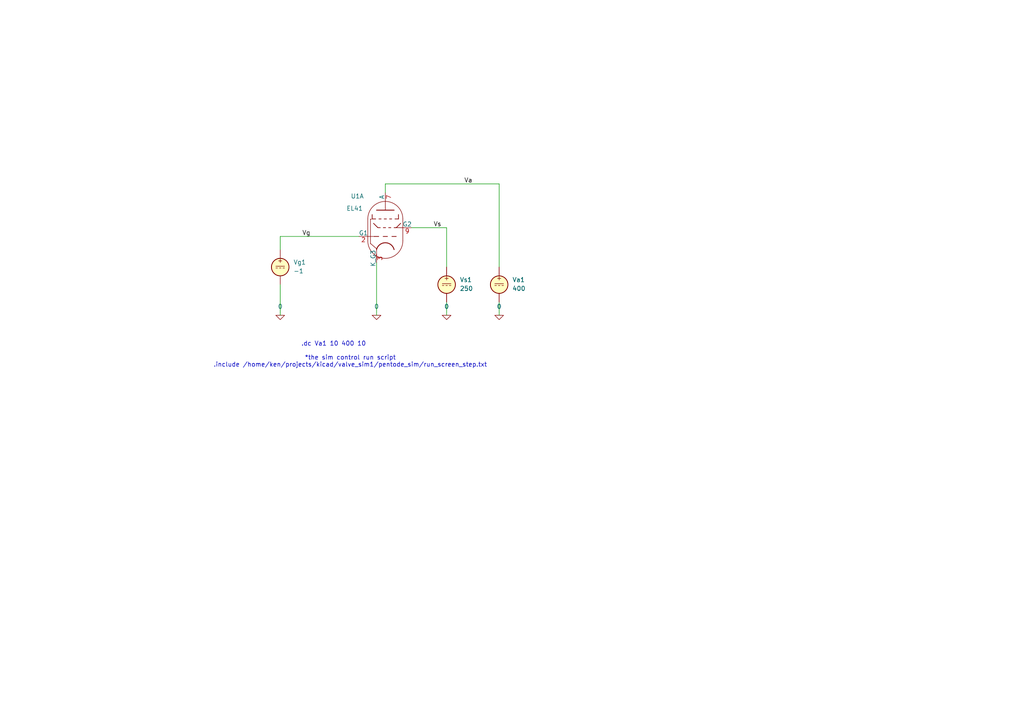
<source format=kicad_sch>
(kicad_sch (version 20231120) (generator "eeschema") (generator_version "8.0")
  (paper "A4")
  (lib_symbols
    (symbol "Simulation_SPICE:0" (power) (pin_numbers hide) (pin_names (offset 0) hide)
      (property "Value" "0" (at 0 -2.54 0))
      (symbol "0_0_1"
        (polyline (pts (xy -1.27 0) (xy 0 -1.27) (xy 1.27 0) (xy -1.27 0)))
      )
      (symbol "0_1_1"
        (pin power_in line (at 0 0 0) (length 0) (name "~") (number "1"))
      )
    )
    (symbol "Simulation_SPICE:VDC" (pin_numbers hide) (pin_names (offset 0.0254))
      (property "Reference" "V" (at 2.54 2.54 0))
      (property "Value" "1" (at 2.54 0 0))
      (symbol "VDC_0_0"
        (polyline (pts (xy -1.27 0.254) (xy 1.27 0.254)))
        (polyline (pts (xy -0.762 -0.254) (xy -1.27 -0.254)))
        (polyline (pts (xy 0.254 -0.254) (xy -0.254 -0.254)))
        (polyline (pts (xy 1.27 -0.254) (xy 0.762 -0.254)))
        (text "+" (at 0 1.905 0) (effects (font (size 1.27 1.27))))
      )
      (symbol "VDC_0_1"
        (circle (center 0 0) (radius 2.54) (stroke (width 0.254)) (fill (type background)))
      )
      (symbol "VDC_1_1"
        (pin passive line (at 0 5.08 270) (length 2.54) (name "~") (number "1"))
        (pin passive line (at 0 -5.08 90) (length 2.54) (name "~") (number "2"))
      )
    )
    (symbol "Valve:EL84" (pin_names (offset 0))
      (property "Reference" "U" (at 2.54 10.16 0))
      (property "Value" "EL84" (at 7.62 -7.62 0))
      (symbol "EL84_0_1"
        (arc (start -5.08 -2.54) (mid 0 -7.5979) (end 5.08 -2.54))
        (polyline (pts (xy -5.08 3.81) (xy -5.08 -2.54) (xy -5.08 -2.54)))
        (polyline (pts (xy 5.08 -2.54) (xy 5.08 3.81) (xy 5.08 3.81)))
        (arc (start 5.08 3.81) (mid 0 8.8679) (end -5.08 3.81))
      )
      (symbol "EL84_1_0"
        (polyline (pts (xy -2.54 -5.08) (xy -2.54 -7.62)))
      )
      (symbol "EL84_1_1"
        (polyline (pts (xy -5.08 -1.27) (xy -3.175 -1.27)))
        (polyline (pts (xy -4.318 -3.302) (xy -4.318 3.7338)))
        (polyline (pts (xy -4.318 -3.302) (xy -2.54 -4.826)))
        (polyline (pts (xy -4.064 3.7338) (xy -4.318 3.7338)))
        (polyline (pts (xy -3.81 3.81) (xy -2.794 3.81)) (stroke (width 0.2032)))
        (polyline (pts (xy -3.81 5.08) (xy -3.81 3.81)) (stroke (width 0.2032)))
        (polyline (pts (xy -3.429 2.54) (xy -2.159 1.27)) (stroke (width 0.2032)))
        (polyline (pts (xy -2.159 1.27) (xy -1.4732 1.27)) (stroke (width 0.2032)))
        (polyline (pts (xy -1.905 -1.27) (xy -3.175 -1.27)) (stroke (width 0.2032)))
        (polyline (pts (xy -1.8542 3.81) (xy -1.2192 3.81)) (stroke (width 0.2032)))
        (polyline (pts (xy -0.635 -1.27) (xy 0.635 -1.27)) (stroke (width 0.2032)))
        (polyline (pts (xy -0.5842 1.27) (xy 0.0762 1.27)) (stroke (width 0.2032)))
        (polyline (pts (xy -0.3302 3.81) (xy 0.3302 3.81)) (stroke (width 0.2032)))
        (polyline (pts (xy 0 6.35) (xy 0 8.89)))
        (polyline (pts (xy 0.9652 1.27) (xy 1.6002 1.27)) (stroke (width 0.2032)))
        (polyline (pts (xy 1.2192 3.81) (xy 1.8542 3.81)) (stroke (width 0.2032)))
        (polyline (pts (xy 1.905 -1.27) (xy 3.175 -1.27)) (stroke (width 0.2032)))
        (polyline (pts (xy 2.54 1.27) (xy 3.175 1.27)) (stroke (width 0.2032)))
        (polyline (pts (xy 3.175 1.27) (xy 5.08 1.27)))
        (polyline (pts (xy 3.81 3.81) (xy 2.794 3.81)) (stroke (width 0.2032)))
        (polyline (pts (xy 3.81 5.08) (xy 3.81 3.81)) (stroke (width 0.2032)))
        (polyline (pts (xy 4.445 2.54) (xy 3.175 1.27)) (stroke (width 0.2032)))
        (polyline (pts (xy -2.54 6.35) (xy 2.54 6.35) (xy 2.54 6.35)) (stroke (width 0.254)))
        (arc (start 2.54 -5.08) (mid 0 -3.0968) (end -2.54 -5.08) (stroke (width 0.254)))
        (pin input line (at -7.62 -1.27 0) (length 2.54) (name "G1") (number "2"))
        (pin bidirectional line (at -2.54 -8.89 90) (length 2.54) (name "K_G3") (number "3"))
        (pin output line (at 0 11.43 270) (length 2.54) (name "A") (number "7"))
        (pin input line (at 7.62 1.27 180) (length 2.54) (name "G2") (number "9"))
      )
      (symbol "EL84_2_1"
        (polyline (pts (xy -2.54 -5.08) (xy -2.54 -6.35) (xy -2.54 -6.35)))
        (polyline (pts (xy 2.54 -6.35) (xy 2.54 -5.08) (xy 2.54 -5.08)))
        (arc (start 2.54 -5.08) (mid 0 -4.0279) (end -2.54 -5.08))
        (pin power_in line (at -2.54 -10.16 90) (length 3.81) (name "F1") (number "4"))
        (pin power_in line (at 2.54 -10.16 90) (length 3.81) (name "F2") (number "5"))
      )
    )
  )
  (wire (pts (xy 144.78 77.47) (xy 144.78 53.34)))
  (wire (pts (xy 144.78 87.63) (xy 144.78 91.44)))
  (wire (pts (xy 109.22 76.2) (xy 109.22 91.44)))
  (wire (pts (xy 129.54 87.63) (xy 129.54 91.44)))
  (wire (pts (xy 111.76 53.34) (xy 111.76 55.88)))
  (wire (pts (xy 144.78 53.34) (xy 111.76 53.34)))
  (wire (pts (xy 119.38 66.04) (xy 129.54 66.04)))
  (wire (pts (xy 81.28 72.39) (xy 81.28 68.58)))
  (wire (pts (xy 81.28 68.58) (xy 104.14 68.58)))
  (wire (pts (xy 129.54 66.04) (xy 129.54 77.47)))
  (wire (pts (xy 81.28 82.55) (xy 81.28 91.44)))
  (text ".dc Va1 10 400 10" (at 96.774 99.822 0) (effects (font (size 1.27 1.27))))
  (text "*the sim control run script\n.include /home/ken/projects/kicad/valve_sim1/pentode_sim/run_screen_step.txt\n\n" (at 101.6 105.918 0) (effects (font (size 1.27 1.27))))
  (label "Vg" (at 87.63 68.58 0))
  (label "Va" (at 134.62 53.34 0))
  (label "Vs" (at 125.73 66.04 0))
  (symbol (lib_id "Simulation_SPICE:VDC") (at 129.54 82.55 0) (unit 1)
    (property "Reference" "Vs1" (at 133.35 81.1501 0) (effects (justify left)))
    (property "Value" "250" (at 133.35 83.6901 0) (effects (justify left)))
    (property "Datasheet" "https://ngspice.sourceforge.io/docs/ngspice-html-manual/manual.xhtml#sec_Independent_Sources_for" (effects (hide yes)))
    (property "Description" "Voltage source, DC" (effects (hide yes)))
    (property "Sim.Pins" "1=+ 2=-" (effects (hide yes)))
    (property "Sim.Type" "DC" (effects (hide yes)))
    (property "Sim.Device" "V" (effects (hide yes)))
  )
  (symbol (lib_id "Simulation_SPICE:0") (at 81.28 91.44 0) (unit 1)
    (property "Reference" "#GND01" (effects (hide yes)))
    (property "Value" "0" (at 81.28 88.9 0))
    (property "Datasheet" "https://ngspice.sourceforge.io/docs/ngspice-html-manual/manual.xhtml#subsec_Circuit_elements__device" (effects (hide yes)))
    (property "Description" "0V reference potential for simulation" (effects (hide yes)))
  )
  (symbol (lib_id "Simulation_SPICE:0") (at 129.54 91.44 0) (unit 1)
    (property "Reference" "#GND04" (effects (hide yes)))
    (property "Value" "0" (at 129.54 88.9 0))
    (property "Datasheet" "https://ngspice.sourceforge.io/docs/ngspice-html-manual/manual.xhtml#subsec_Circuit_elements__device" (effects (hide yes)))
    (property "Description" "0V reference potential for simulation" (effects (hide yes)))
  )
  (symbol (lib_id "Valve:EL84") (at 111.76 67.31 0) (unit 1)
    (property "Reference" "U1" (at 103.632 56.896 0))
    (property "Value" "EL41" (at 102.87 60.452 0))
    (property "Footprint" "Valve:Valve_Noval_P" (effects (hide yes)))
    (property "Datasheet" "http://www.r-type.org/pdfs/el84.pdf" (effects (hide yes)))
    (property "Description" "pentode, 12W" (effects (hide yes)))
    (property "Sim.Library" "/home/ken/projects/kicad/valve_sim1/tetrodes_pentodes.lib" (effects (hide yes)))
    (property "Sim.Name" "EL41" (effects (hide yes)))
    (property "Sim.Device" "SUBCKT" (effects (hide yes)))
    (property "Sim.Pins" "2=G 3=K 7=P 9=G2" (effects (hide yes)))
  )
  (symbol (lib_id "Simulation_SPICE:VDC") (at 144.78 82.55 0) (unit 1)
    (property "Reference" "Va1" (at 148.59 81.1501 0) (effects (justify left)))
    (property "Value" "400" (at 148.59 83.6901 0) (effects (justify left)))
    (property "Datasheet" "https://ngspice.sourceforge.io/docs/ngspice-html-manual/manual.xhtml#sec_Independent_Sources_for" (effects (hide yes)))
    (property "Description" "Voltage source, DC" (effects (hide yes)))
    (property "Sim.Pins" "1=+ 2=-" (effects (hide yes)))
    (property "Sim.Type" "DC" (effects (hide yes)))
    (property "Sim.Device" "V" (effects (hide yes)))
  )
  (symbol (lib_id "Simulation_SPICE:0") (at 144.78 91.44 0) (unit 1)
    (property "Reference" "#GND05" (effects (hide yes)))
    (property "Value" "0" (at 144.78 88.9 0))
    (property "Datasheet" "https://ngspice.sourceforge.io/docs/ngspice-html-manual/manual.xhtml#subsec_Circuit_elements__device" (effects (hide yes)))
    (property "Description" "0V reference potential for simulation" (effects (hide yes)))
  )
  (symbol (lib_id "Simulation_SPICE:VDC") (at 81.28 77.47 0) (unit 1)
    (property "Reference" "Vg1" (at 85.09 76.0701 0) (effects (justify left)))
    (property "Value" "-1" (at 85.09 78.6101 0) (effects (justify left)))
    (property "Datasheet" "https://ngspice.sourceforge.io/docs/ngspice-html-manual/manual.xhtml#sec_Independent_Sources_for" (effects (hide yes)))
    (property "Description" "Voltage source, DC" (effects (hide yes)))
    (property "Sim.Pins" "1=+ 2=-" (effects (hide yes)))
    (property "Sim.Type" "DC" (effects (hide yes)))
    (property "Sim.Device" "V" (effects (hide yes)))
  )
  (symbol (lib_id "Simulation_SPICE:0") (at 109.22 91.44 0) (unit 1)
    (property "Reference" "#GND03" (effects (hide yes)))
    (property "Value" "0" (at 109.22 88.9 0))
    (property "Datasheet" "https://ngspice.sourceforge.io/docs/ngspice-html-manual/manual.xhtml#subsec_Circuit_elements__device" (effects (hide yes)))
    (property "Description" "0V reference potential for simulation" (effects (hide yes)))
  )
)
</source>
